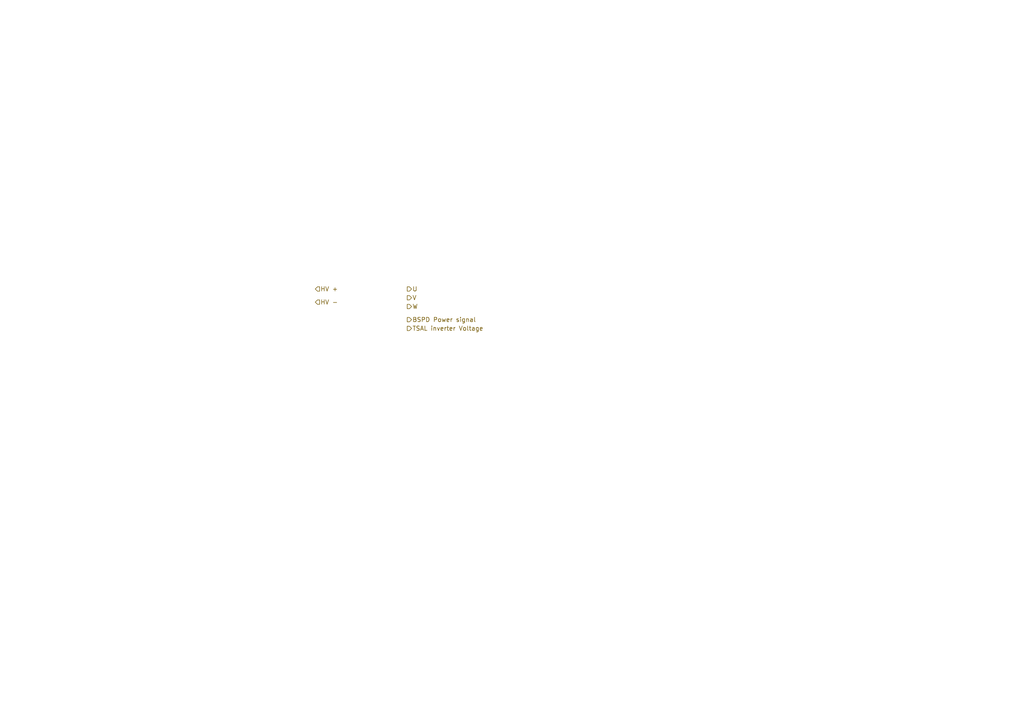
<source format=kicad_sch>
(kicad_sch (version 20230121) (generator eeschema)

  (uuid e5ba7cf5-46b5-4f71-b3dd-18349e22d72a)

  (paper "A4")

  (lib_symbols
  )


  (hierarchical_label "HV +" (shape input) (at 91.44 83.82 0) (fields_autoplaced)
    (effects (font (size 1.27 1.27)) (justify left))
    (uuid 09f26ac5-df57-4c5d-b4fc-5dc5e273dfac)
  )
  (hierarchical_label "BSPD Power signal" (shape output) (at 118.11 92.71 0) (fields_autoplaced)
    (effects (font (size 1.27 1.27)) (justify left))
    (uuid 4e754f76-5e20-4919-8d3e-4f0353a734a6)
  )
  (hierarchical_label "W" (shape output) (at 118.11 88.9 0) (fields_autoplaced)
    (effects (font (size 1.27 1.27)) (justify left))
    (uuid 7ccacd66-b99b-48bb-80c5-d4019c79d137)
  )
  (hierarchical_label "TSAL inverter Voltage" (shape output) (at 118.11 95.25 0) (fields_autoplaced)
    (effects (font (size 1.27 1.27)) (justify left))
    (uuid 7e1e98da-5b94-4e95-b542-23255e8c1f26)
  )
  (hierarchical_label "V" (shape output) (at 118.11 86.36 0) (fields_autoplaced)
    (effects (font (size 1.27 1.27)) (justify left))
    (uuid 880f2764-3cda-4c9d-ba5e-d2565a3a23ee)
  )
  (hierarchical_label "HV -" (shape input) (at 91.44 87.63 0) (fields_autoplaced)
    (effects (font (size 1.27 1.27)) (justify left))
    (uuid b27ff8fd-25e6-4591-9dd5-5e00972fb81f)
  )
  (hierarchical_label "U" (shape output) (at 118.11 83.82 0) (fields_autoplaced)
    (effects (font (size 1.27 1.27)) (justify left))
    (uuid fc82d0b3-2e25-4717-90a9-54d5abc22638)
  )
)

</source>
